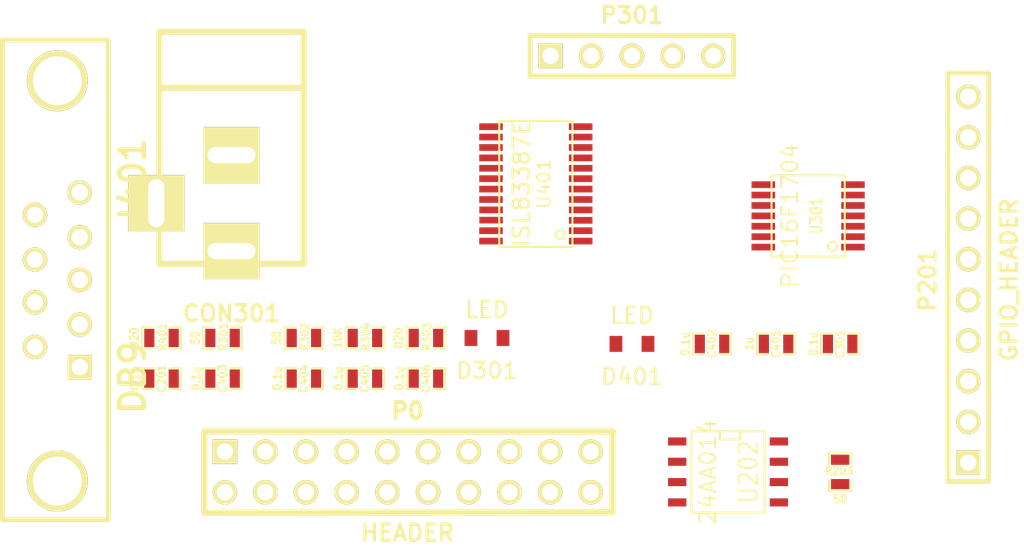
<source format=kicad_pcb>
(kicad_pcb (version 3) (host pcbnew "(2013-07-07 BZR 4022)-stable")

  (general
    (links 71)
    (no_connects 71)
    (area 0 0 0 0)
    (thickness 1.6)
    (drawings 0)
    (tracks 0)
    (zones 0)
    (modules 24)
    (nets 40)
  )

  (page A3)
  (layers
    (15 F.Cu signal)
    (0 B.Cu signal)
    (16 B.Adhes user)
    (17 F.Adhes user)
    (18 B.Paste user)
    (19 F.Paste user)
    (20 B.SilkS user)
    (21 F.SilkS user)
    (22 B.Mask user)
    (23 F.Mask user)
    (24 Dwgs.User user)
    (25 Cmts.User user)
    (26 Eco1.User user)
    (27 Eco2.User user)
    (28 Edge.Cuts user)
  )

  (setup
    (last_trace_width 0.254)
    (trace_clearance 0.254)
    (zone_clearance 0.508)
    (zone_45_only no)
    (trace_min 0.254)
    (segment_width 0.2)
    (edge_width 0.1)
    (via_size 0.889)
    (via_drill 0.635)
    (via_min_size 0.889)
    (via_min_drill 0.508)
    (uvia_size 0.508)
    (uvia_drill 0.127)
    (uvias_allowed no)
    (uvia_min_size 0.508)
    (uvia_min_drill 0.127)
    (pcb_text_width 0.3)
    (pcb_text_size 1.5 1.5)
    (mod_edge_width 0.3)
    (mod_text_size 1 1)
    (mod_text_width 0.15)
    (pad_size 1.524 1.524)
    (pad_drill 1.016)
    (pad_to_mask_clearance 0)
    (aux_axis_origin 0 0)
    (visible_elements FFFFFFBF)
    (pcbplotparams
      (layerselection 3178497)
      (usegerberextensions true)
      (excludeedgelayer true)
      (linewidth 0.150000)
      (plotframeref false)
      (viasonmask false)
      (mode 1)
      (useauxorigin false)
      (hpglpennumber 1)
      (hpglpenspeed 20)
      (hpglpendiameter 15)
      (hpglpenoverlay 2)
      (psnegative false)
      (psa4output false)
      (plotreference true)
      (plotvalue true)
      (plotothertext true)
      (plotinvisibletext false)
      (padsonsilk false)
      (subtractmaskfromsilk false)
      (outputformat 1)
      (mirror false)
      (drillshape 1)
      (scaleselection 1)
      (outputdirectory ""))
  )

  (net 0 "")
  (net 1 "/GPIO-8 standalone/A0")
  (net 2 "/GPIO-8 standalone/A1")
  (net 3 "/GPIO-8 standalone/A2")
  (net 4 "/GPIO-8 standalone/GND")
  (net 5 "/GPIO-8 standalone/GND_ISO")
  (net 6 "/GPIO-8 standalone/PIC-GPIO8/GPIO0")
  (net 7 "/GPIO-8 standalone/PIC-GPIO8/GPIO1")
  (net 8 "/GPIO-8 standalone/PIC-GPIO8/GPIO2")
  (net 9 "/GPIO-8 standalone/PIC-GPIO8/GPIO3")
  (net 10 "/GPIO-8 standalone/PIC-GPIO8/GPIO4")
  (net 11 "/GPIO-8 standalone/PIC-GPIO8/GPIO5")
  (net 12 "/GPIO-8 standalone/PIC-GPIO8/GPIO6")
  (net 13 "/GPIO-8 standalone/PIC-GPIO8/GPIO7")
  (net 14 "/GPIO-8 standalone/RS232 adapter block/A_CTS")
  (net 15 "/GPIO-8 standalone/RS232 adapter block/A_DSR")
  (net 16 "/GPIO-8 standalone/RS232 adapter block/A_DTR")
  (net 17 "/GPIO-8 standalone/RS232 adapter block/A_RTS")
  (net 18 "/GPIO-8 standalone/RS232 adapter block/A_RX")
  (net 19 "/GPIO-8 standalone/RS232 adapter block/A_TX")
  (net 20 "/GPIO-8 standalone/RX_ISO")
  (net 21 "/GPIO-8 standalone/SCL")
  (net 22 "/GPIO-8 standalone/SDA")
  (net 23 "/GPIO-8 standalone/TX_ISO")
  (net 24 "/GPIO-8 standalone/VCC_3V3")
  (net 25 "/GPIO-8 standalone/VCC_5V_ISO")
  (net 26 N-0000025)
  (net 27 N-0000033)
  (net 28 N-0000034)
  (net 29 N-0000035)
  (net 30 N-0000036)
  (net 31 N-0000037)
  (net 32 N-0000038)
  (net 33 N-0000039)
  (net 34 N-0000040)
  (net 35 N-0000041)
  (net 36 N-0000044)
  (net 37 N-0000045)
  (net 38 N-0000046)
  (net 39 N-0000054)

  (net_class Default "This is the default net class."
    (clearance 0.254)
    (trace_width 0.254)
    (via_dia 0.889)
    (via_drill 0.635)
    (uvia_dia 0.508)
    (uvia_drill 0.127)
    (add_net "")
    (add_net "/GPIO-8 standalone/A0")
    (add_net "/GPIO-8 standalone/A1")
    (add_net "/GPIO-8 standalone/A2")
    (add_net "/GPIO-8 standalone/GND")
    (add_net "/GPIO-8 standalone/GND_ISO")
    (add_net "/GPIO-8 standalone/PIC-GPIO8/GPIO0")
    (add_net "/GPIO-8 standalone/PIC-GPIO8/GPIO1")
    (add_net "/GPIO-8 standalone/PIC-GPIO8/GPIO2")
    (add_net "/GPIO-8 standalone/PIC-GPIO8/GPIO3")
    (add_net "/GPIO-8 standalone/PIC-GPIO8/GPIO4")
    (add_net "/GPIO-8 standalone/PIC-GPIO8/GPIO5")
    (add_net "/GPIO-8 standalone/PIC-GPIO8/GPIO6")
    (add_net "/GPIO-8 standalone/PIC-GPIO8/GPIO7")
    (add_net "/GPIO-8 standalone/RS232 adapter block/A_CTS")
    (add_net "/GPIO-8 standalone/RS232 adapter block/A_DSR")
    (add_net "/GPIO-8 standalone/RS232 adapter block/A_DTR")
    (add_net "/GPIO-8 standalone/RS232 adapter block/A_RTS")
    (add_net "/GPIO-8 standalone/RS232 adapter block/A_RX")
    (add_net "/GPIO-8 standalone/RS232 adapter block/A_TX")
    (add_net "/GPIO-8 standalone/RX_ISO")
    (add_net "/GPIO-8 standalone/SCL")
    (add_net "/GPIO-8 standalone/SDA")
    (add_net "/GPIO-8 standalone/TX_ISO")
    (add_net "/GPIO-8 standalone/VCC_3V3")
    (add_net "/GPIO-8 standalone/VCC_5V_ISO")
    (add_net N-0000025)
    (add_net N-0000033)
    (add_net N-0000034)
    (add_net N-0000035)
    (add_net N-0000036)
    (add_net N-0000037)
    (add_net N-0000038)
    (add_net N-0000039)
    (add_net N-0000040)
    (add_net N-0000041)
    (add_net N-0000044)
    (add_net N-0000045)
    (add_net N-0000046)
    (add_net N-0000054)
  )

  (module Vishay_SMD_MiniLED (layer F.Cu) (tedit 53B4DF2C) (tstamp 53B68B4F)
    (at 107.95 87.63)
    (path /53AB69CE/53AC80BA/53AC8203)
    (fp_text reference D301 (at 0 2.032) (layer F.SilkS)
      (effects (font (size 1 1) (thickness 0.15)))
    )
    (fp_text value LED (at 0 -1.778) (layer F.SilkS)
      (effects (font (size 1 1) (thickness 0.15)))
    )
    (pad 1 smd rect (at -1 0) (size 0.8 1)
      (layers F.Cu F.Paste F.Mask)
      (net 31 N-0000037)
    )
    (pad 2 smd rect (at 1 0) (size 0.8 1)
      (layers F.Cu F.Paste F.Mask)
      (net 30 N-0000036)
    )
  )

  (module Vishay_SMD_MiniLED (layer F.Cu) (tedit 53B4DF2C) (tstamp 53B68B55)
    (at 117 88)
    (path /53AB69CE/53B253D9/53B1042C)
    (fp_text reference D401 (at 0 2.032) (layer F.SilkS)
      (effects (font (size 1 1) (thickness 0.15)))
    )
    (fp_text value LED (at 0 -1.778) (layer F.SilkS)
      (effects (font (size 1 1) (thickness 0.15)))
    )
    (pad 1 smd rect (at -1 0) (size 0.8 1)
      (layers F.Cu F.Paste F.Mask)
      (net 32 N-0000038)
    )
    (pad 2 smd rect (at 1 0) (size 0.8 1)
      (layers F.Cu F.Paste F.Mask)
      (net 5 "/GPIO-8 standalone/GND_ISO")
    )
  )

  (module tssop-24 (layer F.Cu) (tedit 50BDFAA3) (tstamp 53B68B76)
    (at 111 78 90)
    (descr TSSOP-24)
    (path /53AB69CE/53B253D9/53B10425)
    (attr smd)
    (fp_text reference U401 (at 0 0.508 90) (layer F.SilkS)
      (effects (font (size 0.8001 0.8001) (thickness 0.11938)))
    )
    (fp_text value ISL83387E (at 0 -0.89916 90) (layer F.SilkS)
      (effects (font (size 1.00076 1.00076) (thickness 0.14986)))
    )
    (fp_line (start 3.937 -2.286) (end -3.937 -2.286) (layer F.SilkS) (width 0.127))
    (fp_line (start -3.937 -2.286) (end -3.937 2.286) (layer F.SilkS) (width 0.127))
    (fp_line (start -3.937 2.286) (end 3.937 2.286) (layer F.SilkS) (width 0.127))
    (fp_line (start 3.937 2.286) (end 3.937 -2.286) (layer F.SilkS) (width 0.127))
    (fp_circle (center -3.175 1.524) (end -3.302 1.778) (layer F.SilkS) (width 0.127))
    (pad 6 smd rect (at -0.32512 2.79908 90) (size 0.4191 1.47066)
      (layers F.Cu F.Paste F.Mask)
      (net 35 N-0000041)
    )
    (pad 7 smd rect (at 0.32512 2.79908 90) (size 0.4191 1.47066)
      (layers F.Cu F.Paste F.Mask)
      (net 20 "/GPIO-8 standalone/RX_ISO")
    )
    (pad 8 smd rect (at 0.97536 2.79908 90) (size 0.4191 1.47066)
      (layers F.Cu F.Paste F.Mask)
    )
    (pad 9 smd rect (at 1.6256 2.79908 90) (size 0.4191 1.47066)
      (layers F.Cu F.Paste F.Mask)
      (net 33 N-0000039)
    )
    (pad 22 smd rect (at -2.26568 -2.794 90) (size 0.4191 1.47066)
      (layers F.Cu F.Paste F.Mask)
      (net 5 "/GPIO-8 standalone/GND_ISO")
    )
    (pad 3 smd rect (at -2.27584 2.79908 90) (size 0.4191 1.47066)
      (layers F.Cu F.Paste F.Mask)
      (net 37 N-0000045)
    )
    (pad 4 smd rect (at -1.6256 2.79908 90) (size 0.4191 1.47066)
      (layers F.Cu F.Paste F.Mask)
      (net 38 N-0000046)
    )
    (pad 5 smd rect (at -0.97536 2.79908 90) (size 0.4191 1.47066)
      (layers F.Cu F.Paste F.Mask)
      (net 34 N-0000040)
    )
    (pad 15 smd rect (at 2.27584 -2.79908 90) (size 0.4191 1.47066)
      (layers F.Cu F.Paste F.Mask)
      (net 25 "/GPIO-8 standalone/VCC_5V_ISO")
    )
    (pad 16 smd rect (at 1.6256 -2.79908 90) (size 0.4191 1.47066)
      (layers F.Cu F.Paste F.Mask)
      (net 16 "/GPIO-8 standalone/RS232 adapter block/A_DTR")
    )
    (pad 17 smd rect (at 0.97536 -2.79908 90) (size 0.4191 1.47066)
      (layers F.Cu F.Paste F.Mask)
      (net 17 "/GPIO-8 standalone/RS232 adapter block/A_RTS")
    )
    (pad 18 smd rect (at 0.32512 -2.79908 90) (size 0.4191 1.47066)
      (layers F.Cu F.Paste F.Mask)
      (net 19 "/GPIO-8 standalone/RS232 adapter block/A_TX")
    )
    (pad 19 smd rect (at -0.32512 -2.79908 90) (size 0.4191 1.47066)
      (layers F.Cu F.Paste F.Mask)
      (net 15 "/GPIO-8 standalone/RS232 adapter block/A_DSR")
    )
    (pad 20 smd rect (at -0.97536 -2.79908 90) (size 0.4191 1.47066)
      (layers F.Cu F.Paste F.Mask)
      (net 14 "/GPIO-8 standalone/RS232 adapter block/A_CTS")
    )
    (pad 10 smd rect (at 2.27584 2.79908 90) (size 0.4191 1.47066)
      (layers F.Cu F.Paste F.Mask)
    )
    (pad 21 smd rect (at -1.6256 -2.794 90) (size 0.4191 1.47066)
      (layers F.Cu F.Paste F.Mask)
      (net 18 "/GPIO-8 standalone/RS232 adapter block/A_RX")
    )
    (pad 2 smd rect (at -2.92608 2.79908 90) (size 0.4191 1.47066)
      (layers F.Cu F.Paste F.Mask)
      (net 39 N-0000054)
    )
    (pad 11 smd rect (at 2.92608 2.79908 90) (size 0.4191 1.47066)
      (layers F.Cu F.Paste F.Mask)
      (net 5 "/GPIO-8 standalone/GND_ISO")
    )
    (pad 14 smd rect (at 2.92608 -2.79908 90) (size 0.4191 1.47066)
      (layers F.Cu F.Paste F.Mask)
      (net 23 "/GPIO-8 standalone/TX_ISO")
    )
    (pad 23 smd rect (at -2.92608 -2.79908 90) (size 0.4191 1.47066)
      (layers F.Cu F.Paste F.Mask)
      (net 25 "/GPIO-8 standalone/VCC_5V_ISO")
    )
    (pad 1 smd rect (at -3.57378 2.79908 90) (size 0.4191 1.47066)
      (layers F.Cu F.Paste F.Mask)
      (net 36 N-0000044)
    )
    (pad 12 smd rect (at 3.57378 2.79908 90) (size 0.4191 1.47066)
      (layers F.Cu F.Paste F.Mask)
    )
    (pad 13 smd rect (at 3.57378 -2.79908 90) (size 0.4191 1.47066)
      (layers F.Cu F.Paste F.Mask)
    )
    (pad 24 smd rect (at -3.57378 -2.79908 90) (size 0.4191 1.47066)
      (layers F.Cu F.Paste F.Mask)
      (net 25 "/GPIO-8 standalone/VCC_5V_ISO")
    )
    (model smd/smd_dil/tssop-24.wrl
      (at (xyz 0 0 0))
      (scale (xyz 1 1 1))
      (rotate (xyz 0 0 0))
    )
  )

  (module tssop-14 (layer F.Cu) (tedit 50BDFA14) (tstamp 53B68B8D)
    (at 128 80 90)
    (descr TSSOP-14)
    (path /53AB69CE/53AC80BA/53B2DDFC)
    (attr smd)
    (fp_text reference U301 (at 0 0.508 90) (layer F.SilkS)
      (effects (font (size 0.70104 0.59944) (thickness 0.11938)))
    )
    (fp_text value PIC16F1704 (at 0 -1.143 90) (layer F.SilkS)
      (effects (font (size 1.00076 1.00076) (thickness 0.11938)))
    )
    (fp_circle (center -1.905 1.524) (end -2.032 1.778) (layer F.SilkS) (width 0.127))
    (fp_line (start 2.54 -2.286) (end -2.54 -2.286) (layer F.SilkS) (width 0.127))
    (fp_line (start -2.54 -2.286) (end -2.54 2.286) (layer F.SilkS) (width 0.127))
    (fp_line (start -2.54 2.286) (end 2.54 2.286) (layer F.SilkS) (width 0.127))
    (fp_line (start 2.54 2.286) (end 2.54 -2.286) (layer F.SilkS) (width 0.127))
    (pad 4 smd rect (at 0 2.79908 90) (size 0.4191 1.47066)
      (layers F.Cu F.Paste F.Mask)
      (net 27 N-0000033)
    )
    (pad 5 smd rect (at 0.65024 2.79908 90) (size 0.4191 1.47066)
      (layers F.Cu F.Paste F.Mask)
      (net 31 N-0000037)
    )
    (pad 6 smd rect (at 1.30048 2.79908 90) (size 0.4191 1.47066)
      (layers F.Cu F.Paste F.Mask)
      (net 13 "/GPIO-8 standalone/PIC-GPIO8/GPIO7")
    )
    (pad 7 smd rect (at 1.95072 2.79908 90) (size 0.4191 1.47066)
      (layers F.Cu F.Paste F.Mask)
      (net 12 "/GPIO-8 standalone/PIC-GPIO8/GPIO6")
    )
    (pad 8 smd rect (at 1.95072 -2.79908 90) (size 0.4191 1.47066)
      (layers F.Cu F.Paste F.Mask)
      (net 11 "/GPIO-8 standalone/PIC-GPIO8/GPIO5")
    )
    (pad 1 smd rect (at -1.95072 2.79908 90) (size 0.4191 1.47066)
      (layers F.Cu F.Paste F.Mask)
      (net 25 "/GPIO-8 standalone/VCC_5V_ISO")
    )
    (pad 2 smd rect (at -1.30048 2.79908 90) (size 0.4191 1.47066)
      (layers F.Cu F.Paste F.Mask)
      (net 10 "/GPIO-8 standalone/PIC-GPIO8/GPIO4")
    )
    (pad 3 smd rect (at -0.65024 2.79908 90) (size 0.4191 1.47066)
      (layers F.Cu F.Paste F.Mask)
      (net 9 "/GPIO-8 standalone/PIC-GPIO8/GPIO3")
    )
    (pad 9 smd rect (at 1.30048 -2.79908 90) (size 0.4191 1.47066)
      (layers F.Cu F.Paste F.Mask)
      (net 28 N-0000034)
    )
    (pad 10 smd rect (at 0.65024 -2.79908 90) (size 0.4191 1.47066)
      (layers F.Cu F.Paste F.Mask)
      (net 29 N-0000035)
    )
    (pad 11 smd rect (at 0 -2.79908 90) (size 0.4191 1.47066)
      (layers F.Cu F.Paste F.Mask)
      (net 8 "/GPIO-8 standalone/PIC-GPIO8/GPIO2")
    )
    (pad 12 smd rect (at -0.65024 -2.79908 90) (size 0.4191 1.47066)
      (layers F.Cu F.Paste F.Mask)
      (net 7 "/GPIO-8 standalone/PIC-GPIO8/GPIO1")
    )
    (pad 13 smd rect (at -1.30048 -2.79908 90) (size 0.4191 1.47066)
      (layers F.Cu F.Paste F.Mask)
      (net 6 "/GPIO-8 standalone/PIC-GPIO8/GPIO0")
    )
    (pad 14 smd rect (at -1.95072 -2.79908 90) (size 0.4191 1.47066)
      (layers F.Cu F.Paste F.Mask)
      (net 5 "/GPIO-8 standalone/GND_ISO")
    )
    (model smd/smd_dil/tssop-14.wrl
      (at (xyz 0 0 0))
      (scale (xyz 1 1 1))
      (rotate (xyz 0 0 0))
    )
  )

  (module SO8N (layer F.Cu) (tedit 45127296) (tstamp 53B68BA0)
    (at 123 96 270)
    (descr "Module CMS SOJ 8 pins large")
    (tags "CMS SOJ")
    (path /53AB69CE/53ABBAB7)
    (attr smd)
    (fp_text reference U202 (at 0 -1.27 270) (layer F.SilkS)
      (effects (font (size 1.143 1.016) (thickness 0.127)))
    )
    (fp_text value 24AA014 (at 0 1.27 270) (layer F.SilkS)
      (effects (font (size 1.016 1.016) (thickness 0.127)))
    )
    (fp_line (start -2.54 -2.286) (end 2.54 -2.286) (layer F.SilkS) (width 0.127))
    (fp_line (start 2.54 -2.286) (end 2.54 2.286) (layer F.SilkS) (width 0.127))
    (fp_line (start 2.54 2.286) (end -2.54 2.286) (layer F.SilkS) (width 0.127))
    (fp_line (start -2.54 2.286) (end -2.54 -2.286) (layer F.SilkS) (width 0.127))
    (fp_line (start -2.54 -0.762) (end -2.032 -0.762) (layer F.SilkS) (width 0.127))
    (fp_line (start -2.032 -0.762) (end -2.032 0.508) (layer F.SilkS) (width 0.127))
    (fp_line (start -2.032 0.508) (end -2.54 0.508) (layer F.SilkS) (width 0.127))
    (pad 8 smd rect (at -1.905 -3.175 270) (size 0.508 1.143)
      (layers F.Cu F.Paste F.Mask)
      (net 26 N-0000025)
    )
    (pad 7 smd rect (at -0.635 -3.175 270) (size 0.508 1.143)
      (layers F.Cu F.Paste F.Mask)
      (net 4 "/GPIO-8 standalone/GND")
    )
    (pad 6 smd rect (at 0.635 -3.175 270) (size 0.508 1.143)
      (layers F.Cu F.Paste F.Mask)
      (net 21 "/GPIO-8 standalone/SCL")
    )
    (pad 5 smd rect (at 1.905 -3.175 270) (size 0.508 1.143)
      (layers F.Cu F.Paste F.Mask)
      (net 22 "/GPIO-8 standalone/SDA")
    )
    (pad 4 smd rect (at 1.905 3.175 270) (size 0.508 1.143)
      (layers F.Cu F.Paste F.Mask)
      (net 4 "/GPIO-8 standalone/GND")
    )
    (pad 3 smd rect (at 0.635 3.175 270) (size 0.508 1.143)
      (layers F.Cu F.Paste F.Mask)
      (net 3 "/GPIO-8 standalone/A2")
    )
    (pad 2 smd rect (at -0.635 3.175 270) (size 0.508 1.143)
      (layers F.Cu F.Paste F.Mask)
      (net 2 "/GPIO-8 standalone/A1")
    )
    (pad 1 smd rect (at -1.905 3.175 270) (size 0.508 1.143)
      (layers F.Cu F.Paste F.Mask)
      (net 1 "/GPIO-8 standalone/A0")
    )
    (model smd/cms_so8.wrl
      (at (xyz 0 0 0))
      (scale (xyz 0.5 0.38 0.5))
      (rotate (xyz 0 0 0))
    )
  )

  (module SM0603_Resistor (layer F.Cu) (tedit 5051B21B) (tstamp 53B68BAC)
    (at 130 96 90)
    (path /53AB69CE/53ABAC25)
    (attr smd)
    (fp_text reference R203 (at 0.0635 -0.0635 180) (layer F.SilkS)
      (effects (font (size 0.50038 0.4572) (thickness 0.1143)))
    )
    (fp_text value 50 (at -1.69926 0 180) (layer F.SilkS)
      (effects (font (size 0.508 0.4572) (thickness 0.1143)))
    )
    (fp_line (start -0.50038 -0.6985) (end -1.2065 -0.6985) (layer F.SilkS) (width 0.127))
    (fp_line (start -1.2065 -0.6985) (end -1.2065 0.6985) (layer F.SilkS) (width 0.127))
    (fp_line (start -1.2065 0.6985) (end -0.50038 0.6985) (layer F.SilkS) (width 0.127))
    (fp_line (start 1.2065 -0.6985) (end 0.50038 -0.6985) (layer F.SilkS) (width 0.127))
    (fp_line (start 1.2065 -0.6985) (end 1.2065 0.6985) (layer F.SilkS) (width 0.127))
    (fp_line (start 1.2065 0.6985) (end 0.50038 0.6985) (layer F.SilkS) (width 0.127))
    (pad 1 smd rect (at -0.762 0 90) (size 0.635 1.143)
      (layers F.Cu F.Paste F.Mask)
      (net 24 "/GPIO-8 standalone/VCC_3V3")
    )
    (pad 2 smd rect (at 0.762 0 90) (size 0.635 1.143)
      (layers F.Cu F.Paste F.Mask)
      (net 26 N-0000025)
    )
    (model smd\resistors\R0603.wrl
      (at (xyz 0 0 0.001))
      (scale (xyz 0.5 0.5 0.5))
      (rotate (xyz 0 0 0))
    )
  )

  (module SM0603_Resistor (layer F.Cu) (tedit 5051B21B) (tstamp 53B68BB8)
    (at 87.63 87.63)
    (path /53AB69CE/53B253D9/53B1042D)
    (attr smd)
    (fp_text reference R401 (at 0.0635 -0.0635 90) (layer F.SilkS)
      (effects (font (size 0.50038 0.4572) (thickness 0.1143)))
    )
    (fp_text value 820 (at -1.69926 0 90) (layer F.SilkS)
      (effects (font (size 0.508 0.4572) (thickness 0.1143)))
    )
    (fp_line (start -0.50038 -0.6985) (end -1.2065 -0.6985) (layer F.SilkS) (width 0.127))
    (fp_line (start -1.2065 -0.6985) (end -1.2065 0.6985) (layer F.SilkS) (width 0.127))
    (fp_line (start -1.2065 0.6985) (end -0.50038 0.6985) (layer F.SilkS) (width 0.127))
    (fp_line (start 1.2065 -0.6985) (end 0.50038 -0.6985) (layer F.SilkS) (width 0.127))
    (fp_line (start 1.2065 -0.6985) (end 1.2065 0.6985) (layer F.SilkS) (width 0.127))
    (fp_line (start 1.2065 0.6985) (end 0.50038 0.6985) (layer F.SilkS) (width 0.127))
    (pad 1 smd rect (at -0.762 0) (size 0.635 1.143)
      (layers F.Cu F.Paste F.Mask)
      (net 32 N-0000038)
    )
    (pad 2 smd rect (at 0.762 0) (size 0.635 1.143)
      (layers F.Cu F.Paste F.Mask)
      (net 33 N-0000039)
    )
    (model smd\resistors\R0603.wrl
      (at (xyz 0 0 0.001))
      (scale (xyz 0.5 0.5 0.5))
      (rotate (xyz 0 0 0))
    )
  )

  (module SM0603_Resistor (layer F.Cu) (tedit 5051B21B) (tstamp 53B68BC4)
    (at 91.44 87.63)
    (path /53AB69CE/53AC80BA/53B30893)
    (attr smd)
    (fp_text reference R301 (at 0.0635 -0.0635 90) (layer F.SilkS)
      (effects (font (size 0.50038 0.4572) (thickness 0.1143)))
    )
    (fp_text value 50 (at -1.69926 0 90) (layer F.SilkS)
      (effects (font (size 0.508 0.4572) (thickness 0.1143)))
    )
    (fp_line (start -0.50038 -0.6985) (end -1.2065 -0.6985) (layer F.SilkS) (width 0.127))
    (fp_line (start -1.2065 -0.6985) (end -1.2065 0.6985) (layer F.SilkS) (width 0.127))
    (fp_line (start -1.2065 0.6985) (end -0.50038 0.6985) (layer F.SilkS) (width 0.127))
    (fp_line (start 1.2065 -0.6985) (end 0.50038 -0.6985) (layer F.SilkS) (width 0.127))
    (fp_line (start 1.2065 -0.6985) (end 1.2065 0.6985) (layer F.SilkS) (width 0.127))
    (fp_line (start 1.2065 0.6985) (end 0.50038 0.6985) (layer F.SilkS) (width 0.127))
    (pad 1 smd rect (at -0.762 0) (size 0.635 1.143)
      (layers F.Cu F.Paste F.Mask)
      (net 29 N-0000035)
    )
    (pad 2 smd rect (at 0.762 0) (size 0.635 1.143)
      (layers F.Cu F.Paste F.Mask)
      (net 20 "/GPIO-8 standalone/RX_ISO")
    )
    (model smd\resistors\R0603.wrl
      (at (xyz 0 0 0.001))
      (scale (xyz 0.5 0.5 0.5))
      (rotate (xyz 0 0 0))
    )
  )

  (module SM0603_Resistor (layer F.Cu) (tedit 5051B21B) (tstamp 53B68BD0)
    (at 96.52 87.63)
    (path /53AB69CE/53AC80BA/53B308C2)
    (attr smd)
    (fp_text reference R302 (at 0.0635 -0.0635 90) (layer F.SilkS)
      (effects (font (size 0.50038 0.4572) (thickness 0.1143)))
    )
    (fp_text value 50 (at -1.69926 0 90) (layer F.SilkS)
      (effects (font (size 0.508 0.4572) (thickness 0.1143)))
    )
    (fp_line (start -0.50038 -0.6985) (end -1.2065 -0.6985) (layer F.SilkS) (width 0.127))
    (fp_line (start -1.2065 -0.6985) (end -1.2065 0.6985) (layer F.SilkS) (width 0.127))
    (fp_line (start -1.2065 0.6985) (end -0.50038 0.6985) (layer F.SilkS) (width 0.127))
    (fp_line (start 1.2065 -0.6985) (end 0.50038 -0.6985) (layer F.SilkS) (width 0.127))
    (fp_line (start 1.2065 -0.6985) (end 1.2065 0.6985) (layer F.SilkS) (width 0.127))
    (fp_line (start 1.2065 0.6985) (end 0.50038 0.6985) (layer F.SilkS) (width 0.127))
    (pad 1 smd rect (at -0.762 0) (size 0.635 1.143)
      (layers F.Cu F.Paste F.Mask)
      (net 28 N-0000034)
    )
    (pad 2 smd rect (at 0.762 0) (size 0.635 1.143)
      (layers F.Cu F.Paste F.Mask)
      (net 23 "/GPIO-8 standalone/TX_ISO")
    )
    (model smd\resistors\R0603.wrl
      (at (xyz 0 0 0.001))
      (scale (xyz 0.5 0.5 0.5))
      (rotate (xyz 0 0 0))
    )
  )

  (module SM0603_Resistor (layer F.Cu) (tedit 5051B21B) (tstamp 53B68BDC)
    (at 100.33 87.63)
    (path /53AB69CE/53AC80BA/53B30D58)
    (attr smd)
    (fp_text reference R304 (at 0.0635 -0.0635 90) (layer F.SilkS)
      (effects (font (size 0.50038 0.4572) (thickness 0.1143)))
    )
    (fp_text value 10K (at -1.69926 0 90) (layer F.SilkS)
      (effects (font (size 0.508 0.4572) (thickness 0.1143)))
    )
    (fp_line (start -0.50038 -0.6985) (end -1.2065 -0.6985) (layer F.SilkS) (width 0.127))
    (fp_line (start -1.2065 -0.6985) (end -1.2065 0.6985) (layer F.SilkS) (width 0.127))
    (fp_line (start -1.2065 0.6985) (end -0.50038 0.6985) (layer F.SilkS) (width 0.127))
    (fp_line (start 1.2065 -0.6985) (end 0.50038 -0.6985) (layer F.SilkS) (width 0.127))
    (fp_line (start 1.2065 -0.6985) (end 1.2065 0.6985) (layer F.SilkS) (width 0.127))
    (fp_line (start 1.2065 0.6985) (end 0.50038 0.6985) (layer F.SilkS) (width 0.127))
    (pad 1 smd rect (at -0.762 0) (size 0.635 1.143)
      (layers F.Cu F.Paste F.Mask)
      (net 25 "/GPIO-8 standalone/VCC_5V_ISO")
    )
    (pad 2 smd rect (at 0.762 0) (size 0.635 1.143)
      (layers F.Cu F.Paste F.Mask)
      (net 27 N-0000033)
    )
    (model smd\resistors\R0603.wrl
      (at (xyz 0 0 0.001))
      (scale (xyz 0.5 0.5 0.5))
      (rotate (xyz 0 0 0))
    )
  )

  (module SM0603_Resistor (layer F.Cu) (tedit 5051B21B) (tstamp 53B68BE8)
    (at 104.14 87.63)
    (path /53AB69CE/53AC80BA/53AC8226)
    (attr smd)
    (fp_text reference R303 (at 0.0635 -0.0635 90) (layer F.SilkS)
      (effects (font (size 0.50038 0.4572) (thickness 0.1143)))
    )
    (fp_text value 820 (at -1.69926 0 90) (layer F.SilkS)
      (effects (font (size 0.508 0.4572) (thickness 0.1143)))
    )
    (fp_line (start -0.50038 -0.6985) (end -1.2065 -0.6985) (layer F.SilkS) (width 0.127))
    (fp_line (start -1.2065 -0.6985) (end -1.2065 0.6985) (layer F.SilkS) (width 0.127))
    (fp_line (start -1.2065 0.6985) (end -0.50038 0.6985) (layer F.SilkS) (width 0.127))
    (fp_line (start 1.2065 -0.6985) (end 0.50038 -0.6985) (layer F.SilkS) (width 0.127))
    (fp_line (start 1.2065 -0.6985) (end 1.2065 0.6985) (layer F.SilkS) (width 0.127))
    (fp_line (start 1.2065 0.6985) (end 0.50038 0.6985) (layer F.SilkS) (width 0.127))
    (pad 1 smd rect (at -0.762 0) (size 0.635 1.143)
      (layers F.Cu F.Paste F.Mask)
      (net 30 N-0000036)
    )
    (pad 2 smd rect (at 0.762 0) (size 0.635 1.143)
      (layers F.Cu F.Paste F.Mask)
      (net 5 "/GPIO-8 standalone/GND_ISO")
    )
    (model smd\resistors\R0603.wrl
      (at (xyz 0 0 0.001))
      (scale (xyz 0.5 0.5 0.5))
      (rotate (xyz 0 0 0))
    )
  )

  (module SM0603_Capa (layer F.Cu) (tedit 5051B1EC) (tstamp 53B68BF4)
    (at 104.14 90.17)
    (path /53AB69CE/53B253D9/53B1042B)
    (attr smd)
    (fp_text reference C406 (at 0 0 90) (layer F.SilkS)
      (effects (font (size 0.508 0.4572) (thickness 0.1143)))
    )
    (fp_text value 0.1u (at -1.651 0 90) (layer F.SilkS)
      (effects (font (size 0.508 0.4572) (thickness 0.1143)))
    )
    (fp_line (start 0.50038 0.65024) (end 1.19888 0.65024) (layer F.SilkS) (width 0.11938))
    (fp_line (start -0.50038 0.65024) (end -1.19888 0.65024) (layer F.SilkS) (width 0.11938))
    (fp_line (start 0.50038 -0.65024) (end 1.19888 -0.65024) (layer F.SilkS) (width 0.11938))
    (fp_line (start -1.19888 -0.65024) (end -0.50038 -0.65024) (layer F.SilkS) (width 0.11938))
    (fp_line (start 1.19888 -0.635) (end 1.19888 0.635) (layer F.SilkS) (width 0.11938))
    (fp_line (start -1.19888 0.635) (end -1.19888 -0.635) (layer F.SilkS) (width 0.11938))
    (pad 1 smd rect (at -0.762 0) (size 0.635 1.143)
      (layers F.Cu F.Paste F.Mask)
      (net 38 N-0000046)
    )
    (pad 2 smd rect (at 0.762 0) (size 0.635 1.143)
      (layers F.Cu F.Paste F.Mask)
      (net 34 N-0000040)
    )
    (model smd\capacitors\C0603.wrl
      (at (xyz 0 0 0.001))
      (scale (xyz 0.5 0.5 0.5))
      (rotate (xyz 0 0 0))
    )
  )

  (module SM0603_Capa (layer F.Cu) (tedit 5051B1EC) (tstamp 53B68C00)
    (at 100.33 90.17)
    (path /53AB69CE/53B253D9/53B1042A)
    (attr smd)
    (fp_text reference C405 (at 0 0 90) (layer F.SilkS)
      (effects (font (size 0.508 0.4572) (thickness 0.1143)))
    )
    (fp_text value 0.1u (at -1.651 0 90) (layer F.SilkS)
      (effects (font (size 0.508 0.4572) (thickness 0.1143)))
    )
    (fp_line (start 0.50038 0.65024) (end 1.19888 0.65024) (layer F.SilkS) (width 0.11938))
    (fp_line (start -0.50038 0.65024) (end -1.19888 0.65024) (layer F.SilkS) (width 0.11938))
    (fp_line (start 0.50038 -0.65024) (end 1.19888 -0.65024) (layer F.SilkS) (width 0.11938))
    (fp_line (start -1.19888 -0.65024) (end -0.50038 -0.65024) (layer F.SilkS) (width 0.11938))
    (fp_line (start 1.19888 -0.635) (end 1.19888 0.635) (layer F.SilkS) (width 0.11938))
    (fp_line (start -1.19888 0.635) (end -1.19888 -0.635) (layer F.SilkS) (width 0.11938))
    (pad 1 smd rect (at -0.762 0) (size 0.635 1.143)
      (layers F.Cu F.Paste F.Mask)
      (net 36 N-0000044)
    )
    (pad 2 smd rect (at 0.762 0) (size 0.635 1.143)
      (layers F.Cu F.Paste F.Mask)
      (net 37 N-0000045)
    )
    (model smd\capacitors\C0603.wrl
      (at (xyz 0 0 0.001))
      (scale (xyz 0.5 0.5 0.5))
      (rotate (xyz 0 0 0))
    )
  )

  (module SM0603_Capa (layer F.Cu) (tedit 5051B1EC) (tstamp 53B68C0C)
    (at 96.52 90.17)
    (path /53AB69CE/53B253D9/53B10429)
    (attr smd)
    (fp_text reference C404 (at 0 0 90) (layer F.SilkS)
      (effects (font (size 0.508 0.4572) (thickness 0.1143)))
    )
    (fp_text value 0.1u (at -1.651 0 90) (layer F.SilkS)
      (effects (font (size 0.508 0.4572) (thickness 0.1143)))
    )
    (fp_line (start 0.50038 0.65024) (end 1.19888 0.65024) (layer F.SilkS) (width 0.11938))
    (fp_line (start -0.50038 0.65024) (end -1.19888 0.65024) (layer F.SilkS) (width 0.11938))
    (fp_line (start 0.50038 -0.65024) (end 1.19888 -0.65024) (layer F.SilkS) (width 0.11938))
    (fp_line (start -1.19888 -0.65024) (end -0.50038 -0.65024) (layer F.SilkS) (width 0.11938))
    (fp_line (start 1.19888 -0.635) (end 1.19888 0.635) (layer F.SilkS) (width 0.11938))
    (fp_line (start -1.19888 0.635) (end -1.19888 -0.635) (layer F.SilkS) (width 0.11938))
    (pad 1 smd rect (at -0.762 0) (size 0.635 1.143)
      (layers F.Cu F.Paste F.Mask)
      (net 35 N-0000041)
    )
    (pad 2 smd rect (at 0.762 0) (size 0.635 1.143)
      (layers F.Cu F.Paste F.Mask)
      (net 5 "/GPIO-8 standalone/GND_ISO")
    )
    (model smd\capacitors\C0603.wrl
      (at (xyz 0 0 0.001))
      (scale (xyz 0.5 0.5 0.5))
      (rotate (xyz 0 0 0))
    )
  )

  (module SM0603_Capa (layer F.Cu) (tedit 5051B1EC) (tstamp 53B68C18)
    (at 91.44 90.17)
    (path /53AB69CE/53B253D9/53B10428)
    (attr smd)
    (fp_text reference C403 (at 0 0 90) (layer F.SilkS)
      (effects (font (size 0.508 0.4572) (thickness 0.1143)))
    )
    (fp_text value 0.1u (at -1.651 0 90) (layer F.SilkS)
      (effects (font (size 0.508 0.4572) (thickness 0.1143)))
    )
    (fp_line (start 0.50038 0.65024) (end 1.19888 0.65024) (layer F.SilkS) (width 0.11938))
    (fp_line (start -0.50038 0.65024) (end -1.19888 0.65024) (layer F.SilkS) (width 0.11938))
    (fp_line (start 0.50038 -0.65024) (end 1.19888 -0.65024) (layer F.SilkS) (width 0.11938))
    (fp_line (start -1.19888 -0.65024) (end -0.50038 -0.65024) (layer F.SilkS) (width 0.11938))
    (fp_line (start 1.19888 -0.635) (end 1.19888 0.635) (layer F.SilkS) (width 0.11938))
    (fp_line (start -1.19888 0.635) (end -1.19888 -0.635) (layer F.SilkS) (width 0.11938))
    (pad 1 smd rect (at -0.762 0) (size 0.635 1.143)
      (layers F.Cu F.Paste F.Mask)
      (net 39 N-0000054)
    )
    (pad 2 smd rect (at 0.762 0) (size 0.635 1.143)
      (layers F.Cu F.Paste F.Mask)
      (net 5 "/GPIO-8 standalone/GND_ISO")
    )
    (model smd\capacitors\C0603.wrl
      (at (xyz 0 0 0.001))
      (scale (xyz 0.5 0.5 0.5))
      (rotate (xyz 0 0 0))
    )
  )

  (module SM0603_Capa (layer F.Cu) (tedit 5051B1EC) (tstamp 53B68C24)
    (at 122 88)
    (path /53AB69CE/53B253D9/53B10427)
    (attr smd)
    (fp_text reference C402 (at 0 0 90) (layer F.SilkS)
      (effects (font (size 0.508 0.4572) (thickness 0.1143)))
    )
    (fp_text value 0.1u (at -1.651 0 90) (layer F.SilkS)
      (effects (font (size 0.508 0.4572) (thickness 0.1143)))
    )
    (fp_line (start 0.50038 0.65024) (end 1.19888 0.65024) (layer F.SilkS) (width 0.11938))
    (fp_line (start -0.50038 0.65024) (end -1.19888 0.65024) (layer F.SilkS) (width 0.11938))
    (fp_line (start 0.50038 -0.65024) (end 1.19888 -0.65024) (layer F.SilkS) (width 0.11938))
    (fp_line (start -1.19888 -0.65024) (end -0.50038 -0.65024) (layer F.SilkS) (width 0.11938))
    (fp_line (start 1.19888 -0.635) (end 1.19888 0.635) (layer F.SilkS) (width 0.11938))
    (fp_line (start -1.19888 0.635) (end -1.19888 -0.635) (layer F.SilkS) (width 0.11938))
    (pad 1 smd rect (at -0.762 0) (size 0.635 1.143)
      (layers F.Cu F.Paste F.Mask)
      (net 25 "/GPIO-8 standalone/VCC_5V_ISO")
    )
    (pad 2 smd rect (at 0.762 0) (size 0.635 1.143)
      (layers F.Cu F.Paste F.Mask)
      (net 5 "/GPIO-8 standalone/GND_ISO")
    )
    (model smd\capacitors\C0603.wrl
      (at (xyz 0 0 0.001))
      (scale (xyz 0.5 0.5 0.5))
      (rotate (xyz 0 0 0))
    )
  )

  (module SM0603_Capa (layer F.Cu) (tedit 5051B1EC) (tstamp 53B68C30)
    (at 126 88)
    (path /53AB69CE/53B253D9/53B10426)
    (attr smd)
    (fp_text reference C401 (at 0 0 90) (layer F.SilkS)
      (effects (font (size 0.508 0.4572) (thickness 0.1143)))
    )
    (fp_text value 1u (at -1.651 0 90) (layer F.SilkS)
      (effects (font (size 0.508 0.4572) (thickness 0.1143)))
    )
    (fp_line (start 0.50038 0.65024) (end 1.19888 0.65024) (layer F.SilkS) (width 0.11938))
    (fp_line (start -0.50038 0.65024) (end -1.19888 0.65024) (layer F.SilkS) (width 0.11938))
    (fp_line (start 0.50038 -0.65024) (end 1.19888 -0.65024) (layer F.SilkS) (width 0.11938))
    (fp_line (start -1.19888 -0.65024) (end -0.50038 -0.65024) (layer F.SilkS) (width 0.11938))
    (fp_line (start 1.19888 -0.635) (end 1.19888 0.635) (layer F.SilkS) (width 0.11938))
    (fp_line (start -1.19888 0.635) (end -1.19888 -0.635) (layer F.SilkS) (width 0.11938))
    (pad 1 smd rect (at -0.762 0) (size 0.635 1.143)
      (layers F.Cu F.Paste F.Mask)
      (net 25 "/GPIO-8 standalone/VCC_5V_ISO")
    )
    (pad 2 smd rect (at 0.762 0) (size 0.635 1.143)
      (layers F.Cu F.Paste F.Mask)
      (net 5 "/GPIO-8 standalone/GND_ISO")
    )
    (model smd\capacitors\C0603.wrl
      (at (xyz 0 0 0.001))
      (scale (xyz 0.5 0.5 0.5))
      (rotate (xyz 0 0 0))
    )
  )

  (module SM0603_Capa (layer F.Cu) (tedit 5051B1EC) (tstamp 53B68C3C)
    (at 130 88)
    (path /53AB69CE/53AC80BA/53B307C0)
    (attr smd)
    (fp_text reference C301 (at 0 0 90) (layer F.SilkS)
      (effects (font (size 0.508 0.4572) (thickness 0.1143)))
    )
    (fp_text value 0.1u (at -1.651 0 90) (layer F.SilkS)
      (effects (font (size 0.508 0.4572) (thickness 0.1143)))
    )
    (fp_line (start 0.50038 0.65024) (end 1.19888 0.65024) (layer F.SilkS) (width 0.11938))
    (fp_line (start -0.50038 0.65024) (end -1.19888 0.65024) (layer F.SilkS) (width 0.11938))
    (fp_line (start 0.50038 -0.65024) (end 1.19888 -0.65024) (layer F.SilkS) (width 0.11938))
    (fp_line (start -1.19888 -0.65024) (end -0.50038 -0.65024) (layer F.SilkS) (width 0.11938))
    (fp_line (start 1.19888 -0.635) (end 1.19888 0.635) (layer F.SilkS) (width 0.11938))
    (fp_line (start -1.19888 0.635) (end -1.19888 -0.635) (layer F.SilkS) (width 0.11938))
    (pad 1 smd rect (at -0.762 0) (size 0.635 1.143)
      (layers F.Cu F.Paste F.Mask)
      (net 25 "/GPIO-8 standalone/VCC_5V_ISO")
    )
    (pad 2 smd rect (at 0.762 0) (size 0.635 1.143)
      (layers F.Cu F.Paste F.Mask)
      (net 5 "/GPIO-8 standalone/GND_ISO")
    )
    (model smd\capacitors\C0603.wrl
      (at (xyz 0 0 0.001))
      (scale (xyz 0.5 0.5 0.5))
      (rotate (xyz 0 0 0))
    )
  )

  (module SM0603_Capa (layer F.Cu) (tedit 5051B1EC) (tstamp 53B68C48)
    (at 87.63 90.17)
    (path /53AB69CE/53B5177C)
    (attr smd)
    (fp_text reference C201 (at 0 0 90) (layer F.SilkS)
      (effects (font (size 0.508 0.4572) (thickness 0.1143)))
    )
    (fp_text value 0.1u (at -1.651 0 90) (layer F.SilkS)
      (effects (font (size 0.508 0.4572) (thickness 0.1143)))
    )
    (fp_line (start 0.50038 0.65024) (end 1.19888 0.65024) (layer F.SilkS) (width 0.11938))
    (fp_line (start -0.50038 0.65024) (end -1.19888 0.65024) (layer F.SilkS) (width 0.11938))
    (fp_line (start 0.50038 -0.65024) (end 1.19888 -0.65024) (layer F.SilkS) (width 0.11938))
    (fp_line (start -1.19888 -0.65024) (end -0.50038 -0.65024) (layer F.SilkS) (width 0.11938))
    (fp_line (start 1.19888 -0.635) (end 1.19888 0.635) (layer F.SilkS) (width 0.11938))
    (fp_line (start -1.19888 0.635) (end -1.19888 -0.635) (layer F.SilkS) (width 0.11938))
    (pad 1 smd rect (at -0.762 0) (size 0.635 1.143)
      (layers F.Cu F.Paste F.Mask)
      (net 4 "/GPIO-8 standalone/GND")
    )
    (pad 2 smd rect (at 0.762 0) (size 0.635 1.143)
      (layers F.Cu F.Paste F.Mask)
      (net 26 N-0000025)
    )
    (model smd\capacitors\C0603.wrl
      (at (xyz 0 0 0.001))
      (scale (xyz 0.5 0.5 0.5))
      (rotate (xyz 0 0 0))
    )
  )

  (module PIN_ARRAY_5x1 (layer F.Cu) (tedit 45976D86) (tstamp 53B68C55)
    (at 117 70)
    (descr "Double rangee de contacts 2 x 5 pins")
    (tags CONN)
    (path /53AB69CE/53AC80BA/53B30ADB)
    (fp_text reference P301 (at 0 -2.54) (layer F.SilkS)
      (effects (font (size 1.016 1.016) (thickness 0.2032)))
    )
    (fp_text value ICSP (at 0 2.54) (layer F.SilkS) hide
      (effects (font (size 1.016 1.016) (thickness 0.2032)))
    )
    (fp_line (start -6.35 -1.27) (end -6.35 1.27) (layer F.SilkS) (width 0.3048))
    (fp_line (start 6.35 1.27) (end 6.35 -1.27) (layer F.SilkS) (width 0.3048))
    (fp_line (start -6.35 -1.27) (end 6.35 -1.27) (layer F.SilkS) (width 0.3048))
    (fp_line (start 6.35 1.27) (end -6.35 1.27) (layer F.SilkS) (width 0.3048))
    (pad 1 thru_hole rect (at -5.08 0) (size 1.524 1.524) (drill 1.016)
      (layers *.Cu *.Mask F.SilkS)
      (net 27 N-0000033)
    )
    (pad 2 thru_hole circle (at -2.54 0) (size 1.524 1.524) (drill 1.016)
      (layers *.Cu *.Mask F.SilkS)
      (net 25 "/GPIO-8 standalone/VCC_5V_ISO")
    )
    (pad 3 thru_hole circle (at 0 0) (size 1.524 1.524) (drill 1.016)
      (layers *.Cu *.Mask F.SilkS)
      (net 5 "/GPIO-8 standalone/GND_ISO")
    )
    (pad 4 thru_hole circle (at 2.54 0) (size 1.524 1.524) (drill 1.016)
      (layers *.Cu *.Mask F.SilkS)
      (net 6 "/GPIO-8 standalone/PIC-GPIO8/GPIO0")
    )
    (pad 5 thru_hole circle (at 5.08 0) (size 1.524 1.524) (drill 1.016)
      (layers *.Cu *.Mask F.SilkS)
      (net 7 "/GPIO-8 standalone/PIC-GPIO8/GPIO1")
    )
    (model pin_array/pins_array_5x1.wrl
      (at (xyz 0 0 0))
      (scale (xyz 1 1 1))
      (rotate (xyz 0 0 0))
    )
  )

  (module pin_array_10x2 (layer F.Cu) (tedit 53B44F5B) (tstamp 53B68C71)
    (at 103 96)
    (descr "Double rangee de contacts 2 x 12 pins")
    (tags CONN)
    (path /53AB69C0)
    (fp_text reference P0 (at 0 -3.81) (layer F.SilkS)
      (effects (font (size 1.016 1.016) (thickness 0.254)))
    )
    (fp_text value HEADER (at 0 3.81) (layer F.SilkS)
      (effects (font (size 1.016 1.016) (thickness 0.2032)))
    )
    (fp_line (start -12.685 2.55) (end 12.79 2.525) (layer F.SilkS) (width 0.4))
    (fp_line (start -12.685 -2.525) (end 12.815 -2.525) (layer F.SilkS) (width 0.4))
    (fp_line (start -12.7 -2.54) (end -12.7 2.54) (layer F.SilkS) (width 0.381))
    (fp_line (start 12.78 2.54) (end 12.78 -2.54) (layer F.SilkS) (width 0.381))
    (pad 1 thru_hole rect (at -11.41 -1.275) (size 1.524 1.524) (drill 1.016)
      (layers *.Cu *.Mask F.SilkS)
    )
    (pad 20 thru_hole circle (at -11.41 1.275) (size 1.524 1.524) (drill 1.016)
      (layers *.Cu *.Mask F.SilkS)
    )
    (pad 19 thru_hole circle (at -8.89 1.27) (size 1.524 1.524) (drill 1.016)
      (layers *.Cu *.Mask F.SilkS)
    )
    (pad 2 thru_hole circle (at -8.89 -1.27) (size 1.524 1.524) (drill 1.016)
      (layers *.Cu *.Mask F.SilkS)
      (net 23 "/GPIO-8 standalone/TX_ISO")
    )
    (pad 18 thru_hole circle (at -6.35 1.27) (size 1.524 1.524) (drill 1.016)
      (layers *.Cu *.Mask F.SilkS)
    )
    (pad 3 thru_hole circle (at -6.35 -1.27) (size 1.524 1.524) (drill 1.016)
      (layers *.Cu *.Mask F.SilkS)
      (net 20 "/GPIO-8 standalone/RX_ISO")
    )
    (pad 17 thru_hole circle (at -3.81 1.27) (size 1.524 1.524) (drill 1.016)
      (layers *.Cu *.Mask F.SilkS)
    )
    (pad 4 thru_hole circle (at -3.81 -1.27) (size 1.524 1.524) (drill 1.016)
      (layers *.Cu *.Mask F.SilkS)
    )
    (pad 16 thru_hole circle (at -1.27 1.27) (size 1.524 1.524) (drill 1.016)
      (layers *.Cu *.Mask F.SilkS)
      (net 5 "/GPIO-8 standalone/GND_ISO")
    )
    (pad 5 thru_hole circle (at -1.27 -1.27) (size 1.524 1.524) (drill 1.016)
      (layers *.Cu *.Mask F.SilkS)
      (net 5 "/GPIO-8 standalone/GND_ISO")
    )
    (pad 15 thru_hole circle (at 1.27 1.27) (size 1.524 1.524) (drill 1.016)
      (layers *.Cu *.Mask F.SilkS)
    )
    (pad 6 thru_hole circle (at 1.27 -1.27) (size 1.524 1.524) (drill 1.016)
      (layers *.Cu *.Mask F.SilkS)
      (net 25 "/GPIO-8 standalone/VCC_5V_ISO")
    )
    (pad 14 thru_hole circle (at 3.81 1.27) (size 1.524 1.524) (drill 1.016)
      (layers *.Cu *.Mask F.SilkS)
      (net 21 "/GPIO-8 standalone/SCL")
    )
    (pad 7 thru_hole circle (at 3.81 -1.27) (size 1.524 1.524) (drill 1.016)
      (layers *.Cu *.Mask F.SilkS)
    )
    (pad 13 thru_hole circle (at 6.35 1.27) (size 1.524 1.524) (drill 1.016)
      (layers *.Cu *.Mask F.SilkS)
      (net 22 "/GPIO-8 standalone/SDA")
    )
    (pad 8 thru_hole circle (at 6.35 -1.27) (size 1.524 1.524) (drill 1.016)
      (layers *.Cu *.Mask F.SilkS)
      (net 1 "/GPIO-8 standalone/A0")
    )
    (pad 12 thru_hole circle (at 8.89 1.27) (size 1.524 1.524) (drill 1.016)
      (layers *.Cu *.Mask F.SilkS)
      (net 4 "/GPIO-8 standalone/GND")
    )
    (pad 9 thru_hole circle (at 8.89 -1.27) (size 1.524 1.524) (drill 1.016)
      (layers *.Cu *.Mask F.SilkS)
      (net 2 "/GPIO-8 standalone/A1")
    )
    (pad 11 thru_hole circle (at 11.43 1.27) (size 1.524 1.524) (drill 1.016)
      (layers *.Cu *.Mask F.SilkS)
      (net 24 "/GPIO-8 standalone/VCC_3V3")
    )
    (pad 10 thru_hole circle (at 11.43 -1.27) (size 1.524 1.524) (drill 1.016)
      (layers *.Cu *.Mask F.SilkS)
      (net 3 "/GPIO-8 standalone/A2")
    )
  )

  (module PIN_ARRAY_10x1 (layer F.Cu) (tedit 53B686CF) (tstamp 53B68C85)
    (at 138 84 90)
    (descr "Double rangee de contacts 2 x 5 pins")
    (tags CONN)
    (path /53AB69CE/53ACAF9C)
    (fp_text reference P201 (at 0 -2.54 90) (layer F.SilkS)
      (effects (font (size 1.016 1.016) (thickness 0.2032)))
    )
    (fp_text value GPIO_HEADER (at 0 2.54 90) (layer F.SilkS)
      (effects (font (size 1.016 1.016) (thickness 0.2032)))
    )
    (fp_line (start 0.075 -1.275) (end 12.925 -1.275) (layer F.SilkS) (width 0.3))
    (fp_line (start 12.925 -1.275) (end 12.925 1.275) (layer F.SilkS) (width 0.3))
    (fp_line (start 12.925 1.275) (end 0.125 1.275) (layer F.SilkS) (width 0.3))
    (fp_line (start -12.6 -1.27) (end -12.6 1.27) (layer F.SilkS) (width 0.3048))
    (fp_line (start -12.6 -1.27) (end 0.1 -1.27) (layer F.SilkS) (width 0.3048))
    (fp_line (start 0.1 1.27) (end -12.6 1.27) (layer F.SilkS) (width 0.3048))
    (pad 1 thru_hole rect (at -11.41 0 90) (size 1.524 1.524) (drill 1.016)
      (layers *.Cu *.Mask F.SilkS)
      (net 6 "/GPIO-8 standalone/PIC-GPIO8/GPIO0")
    )
    (pad 2 thru_hole circle (at -8.87 0 90) (size 1.524 1.524) (drill 1.016)
      (layers *.Cu *.Mask F.SilkS)
      (net 7 "/GPIO-8 standalone/PIC-GPIO8/GPIO1")
    )
    (pad 3 thru_hole circle (at -6.33 0 90) (size 1.524 1.524) (drill 1.016)
      (layers *.Cu *.Mask F.SilkS)
      (net 8 "/GPIO-8 standalone/PIC-GPIO8/GPIO2")
    )
    (pad 4 thru_hole circle (at -3.79 0 90) (size 1.524 1.524) (drill 1.016)
      (layers *.Cu *.Mask F.SilkS)
      (net 9 "/GPIO-8 standalone/PIC-GPIO8/GPIO3")
    )
    (pad 5 thru_hole circle (at -1.25 0 90) (size 1.524 1.524) (drill 1.016)
      (layers *.Cu *.Mask F.SilkS)
      (net 10 "/GPIO-8 standalone/PIC-GPIO8/GPIO4")
    )
    (pad 6 thru_hole circle (at 1.29 0 90) (size 1.524 1.524) (drill 1.016)
      (layers *.Cu *.Mask F.SilkS)
      (net 11 "/GPIO-8 standalone/PIC-GPIO8/GPIO5")
    )
    (pad 7 thru_hole circle (at 3.83 0 90) (size 1.524 1.524) (drill 1.016)
      (layers *.Cu *.Mask F.SilkS)
      (net 12 "/GPIO-8 standalone/PIC-GPIO8/GPIO6")
    )
    (pad 8 thru_hole circle (at 6.37 0 90) (size 1.524 1.524) (drill 1.016)
      (layers *.Cu *.Mask F.SilkS)
      (net 13 "/GPIO-8 standalone/PIC-GPIO8/GPIO7")
    )
    (pad 9 thru_hole circle (at 8.91 0 90) (size 1.524 1.524) (drill 1.016)
      (layers *.Cu *.Mask F.SilkS)
      (net 5 "/GPIO-8 standalone/GND_ISO")
    )
    (pad 10 thru_hole circle (at 11.45 0 90) (size 1.524 1.524) (drill 1.016)
      (layers *.Cu *.Mask F.SilkS)
      (net 25 "/GPIO-8 standalone/VCC_5V_ISO")
    )
    (model pin_array/pins_array_5x1.wrl
      (at (xyz 0 0 0))
      (scale (xyz 1 1 1))
      (rotate (xyz 0 0 0))
    )
  )

  (module DB9FD (layer F.Cu) (tedit 3F966BD4) (tstamp 53B68C98)
    (at 81 84 270)
    (descr "Connecteur DB9 femelle droit")
    (tags "CONN DB9")
    (path /53AB69CE/53B253D9/53B10424)
    (fp_text reference J401 (at -6.096 -4.826 450) (layer F.SilkS)
      (effects (font (size 1.524 1.524) (thickness 0.3048)))
    )
    (fp_text value DB9 (at 6.096 -4.826 270) (layer F.SilkS)
      (effects (font (size 1.524 1.524) (thickness 0.3048)))
    )
    (fp_line (start -14.986 -3.302) (end -14.986 3.302) (layer F.SilkS) (width 0.3048))
    (fp_line (start -14.986 3.302) (end 14.986 3.302) (layer F.SilkS) (width 0.3048))
    (fp_line (start 14.986 3.302) (end 14.986 -3.302) (layer F.SilkS) (width 0.3048))
    (fp_line (start 14.986 -3.302) (end -14.986 -3.302) (layer F.SilkS) (width 0.3048))
    (pad 0 thru_hole circle (at -12.446 -0.127 270) (size 3.81 3.81) (drill 3.048)
      (layers *.Cu *.Mask F.SilkS)
    )
    (pad 0 thru_hole circle (at 12.573 -0.127 270) (size 3.81 3.81) (drill 3.048)
      (layers *.Cu *.Mask F.SilkS)
    )
    (pad 1 thru_hole rect (at 5.461 -1.524 270) (size 1.524 1.524) (drill 1.016)
      (layers *.Cu *.Mask F.SilkS)
    )
    (pad 2 thru_hole circle (at 2.794 -1.524 270) (size 1.524 1.524) (drill 1.016)
      (layers *.Cu *.Mask F.SilkS)
      (net 18 "/GPIO-8 standalone/RS232 adapter block/A_RX")
    )
    (pad 3 thru_hole circle (at 0 -1.524 270) (size 1.524 1.524) (drill 1.016)
      (layers *.Cu *.Mask F.SilkS)
      (net 19 "/GPIO-8 standalone/RS232 adapter block/A_TX")
    )
    (pad 4 thru_hole circle (at -2.667 -1.524 270) (size 1.524 1.524) (drill 1.016)
      (layers *.Cu *.Mask F.SilkS)
      (net 16 "/GPIO-8 standalone/RS232 adapter block/A_DTR")
    )
    (pad 5 thru_hole circle (at -5.461 -1.524 270) (size 1.524 1.524) (drill 1.016)
      (layers *.Cu *.Mask F.SilkS)
      (net 5 "/GPIO-8 standalone/GND_ISO")
    )
    (pad 6 thru_hole circle (at 4.191 1.27 270) (size 1.524 1.524) (drill 1.016)
      (layers *.Cu *.Mask F.SilkS)
      (net 15 "/GPIO-8 standalone/RS232 adapter block/A_DSR")
    )
    (pad 7 thru_hole circle (at 1.397 1.27 270) (size 1.524 1.524) (drill 1.016)
      (layers *.Cu *.Mask F.SilkS)
      (net 17 "/GPIO-8 standalone/RS232 adapter block/A_RTS")
    )
    (pad 8 thru_hole circle (at -1.27 1.27 270) (size 1.524 1.524) (drill 1.016)
      (layers *.Cu *.Mask F.SilkS)
      (net 14 "/GPIO-8 standalone/RS232 adapter block/A_CTS")
    )
    (pad 9 thru_hole circle (at -4.064 1.27 270) (size 1.524 1.524) (drill 1.016)
      (layers *.Cu *.Mask F.SilkS)
    )
    (model conn_DBxx/db9_female.wrl
      (at (xyz 0 0 0))
      (scale (xyz 1 1 1))
      (rotate (xyz 0 0 0))
    )
  )

  (module BARREL_JACK (layer F.Cu) (tedit 505F99C2) (tstamp 53B68CA4)
    (at 92 76 270)
    (descr "DC Barrel Jack")
    (tags "Power Jack")
    (path /53AB69CE/53B253D9/53B38F34)
    (fp_text reference CON301 (at 10.09904 0 360) (layer F.SilkS)
      (effects (font (size 1.016 1.016) (thickness 0.2032)))
    )
    (fp_text value BARREL_JACK (at 0 -5.99948 270) (layer F.SilkS) hide
      (effects (font (size 1.016 1.016) (thickness 0.2032)))
    )
    (fp_line (start -4.0005 -4.50088) (end -4.0005 4.50088) (layer F.SilkS) (width 0.381))
    (fp_line (start -7.50062 -4.50088) (end -7.50062 4.50088) (layer F.SilkS) (width 0.381))
    (fp_line (start -7.50062 4.50088) (end 7.00024 4.50088) (layer F.SilkS) (width 0.381))
    (fp_line (start 7.00024 4.50088) (end 7.00024 -4.50088) (layer F.SilkS) (width 0.381))
    (fp_line (start 7.00024 -4.50088) (end -7.50062 -4.50088) (layer F.SilkS) (width 0.381))
    (pad 1 thru_hole rect (at 6.20014 0 270) (size 3.50012 3.50012) (drill oval 1.00076 2.99974)
      (layers *.Cu *.Mask F.SilkS)
      (net 25 "/GPIO-8 standalone/VCC_5V_ISO")
    )
    (pad 2 thru_hole rect (at 0.20066 0 270) (size 3.50012 3.50012) (drill oval 1.00076 2.99974)
      (layers *.Cu *.Mask F.SilkS)
      (net 5 "/GPIO-8 standalone/GND_ISO")
    )
    (pad 3 thru_hole rect (at 3.2004 4.699 270) (size 3.50012 3.50012) (drill oval 2.99974 1.00076)
      (layers *.Cu *.Mask F.SilkS)
    )
  )

)

</source>
